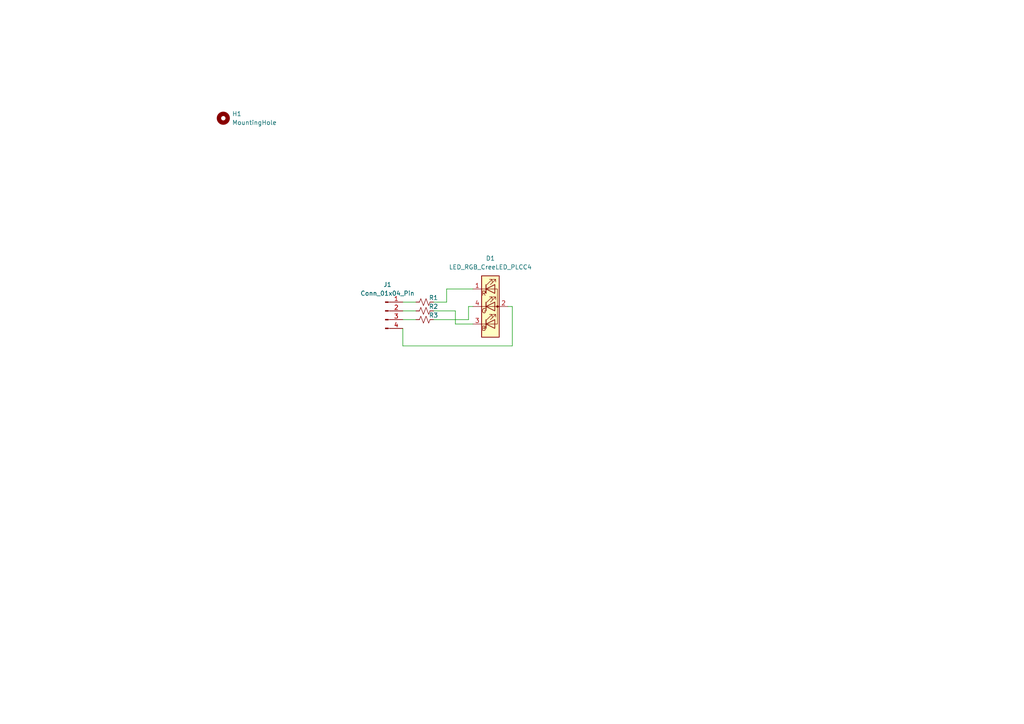
<source format=kicad_sch>
(kicad_sch (version 20230121) (generator eeschema)
  (paper "A4")
  (lib_symbols
    (symbol "Connector:Conn_01x04_Pin" (pin_names (offset 1.016) hide)
      (property "Reference" "J" (at 0 5.08 0))
      (property "Value" "Conn_01x04_Pin" (at 0 -7.62 0))
      (symbol "Conn_01x04_Pin_1_1"
        (polyline (pts (xy 1.27 -5.08) (xy 0.8636 -5.08)) (stroke (width 0.1524)))
        (polyline (pts (xy 1.27 -2.54) (xy 0.8636 -2.54)) (stroke (width 0.1524)))
        (polyline (pts (xy 1.27 0) (xy 0.8636 0)) (stroke (width 0.1524)))
        (polyline (pts (xy 1.27 2.54) (xy 0.8636 2.54)) (stroke (width 0.1524)))
        (rectangle (start 0.8636 -4.953) (end 0 -5.207) (stroke (width 0.1524)) (fill (type outline)))
        (rectangle (start 0.8636 -2.413) (end 0 -2.667) (stroke (width 0.1524)) (fill (type outline)))
        (rectangle (start 0.8636 0.127) (end 0 -0.127) (stroke (width 0.1524)) (fill (type outline)))
        (rectangle (start 0.8636 2.667) (end 0 2.413) (stroke (width 0.1524)) (fill (type outline)))
        (pin passive line (at 5.08 2.54 180) (length 3.81) (name "Pin_1") (number "1"))
        (pin passive line (at 5.08 0 180) (length 3.81) (name "Pin_2") (number "2"))
        (pin passive line (at 5.08 -2.54 180) (length 3.81) (name "Pin_3") (number "3"))
        (pin passive line (at 5.08 -5.08 180) (length 3.81) (name "Pin_4") (number "4"))
      )
    )
    (symbol "Device:R_Small_US" (pin_numbers hide) (pin_names (offset 0.254) hide)
      (property "Reference" "R" (at 0.762 0.508 0))
      (property "Value" "R_Small_US" (at 0.762 -1.016 0))
      (symbol "R_Small_US_1_1"
        (polyline (pts (xy 0 0) (xy 1.016 -0.381) (xy 0 -0.762) (xy -1.016 -1.143) (xy 0 -1.524)))
        (polyline (pts (xy 0 1.524) (xy 1.016 1.143) (xy 0 0.762) (xy -1.016 0.381) (xy 0 0)))
        (pin passive line (at 0 2.54 270) (length 1.016) (name "~") (number "1"))
        (pin passive line (at 0 -2.54 90) (length 1.016) (name "~") (number "2"))
      )
    )
    (symbol "Mechanical:MountingHole" (pin_names (offset 1.016))
      (property "Reference" "H" (at 0 5.08 0))
      (property "Value" "MountingHole" (at 0 3.175 0))
      (symbol "MountingHole_0_1"
        (circle (center 0 0) (radius 1.27) (stroke (width 1.27)))
      )
    )
    (symbol "fab:LED_RGB_CreeLED_PLCC4" (pin_names (offset 0) hide)
      (property "Reference" "D" (at 0 10.16 0))
      (property "Value" "LED_RGB_CreeLED_PLCC4" (at 0 -10.16 0))
      (symbol "LED_RGB_CreeLED_PLCC4_0_0"
        (text "B" (at -1.905 -6.35 0) (effects (font (size 1.27 1.27))))
        (text "G" (at -1.905 -1.27 0) (effects (font (size 1.27 1.27))))
        (text "R" (at -1.905 3.81 0) (effects (font (size 1.27 1.27))))
      )
      (symbol "LED_RGB_CreeLED_PLCC4_0_1"
        (rectangle (start -2.54 8.89) (end 2.54 -8.89) (stroke (width 0.254)) (fill (type background)))
        (polyline (pts (xy -1.27 -5.08) (xy -2.54 -5.08)))
        (polyline (pts (xy -1.27 -5.08) (xy 1.27 -5.08)))
        (polyline (pts (xy -1.27 -3.81) (xy -1.27 -6.35)))
        (polyline (pts (xy -1.27 -3.81) (xy -1.27 -6.35)) (stroke (width 0.2032)))
        (polyline (pts (xy -1.27 0) (xy -2.54 0)))
        (polyline (pts (xy -1.27 0) (xy 1.27 0)))
        (polyline (pts (xy -1.27 1.27) (xy -1.27 -1.27)) (stroke (width 0.2032)))
        (polyline (pts (xy -1.27 5.08) (xy -2.54 5.08)))
        (polyline (pts (xy -1.27 6.35) (xy -1.27 3.81)) (stroke (width 0.2032)))
        (polyline (pts (xy 1.27 0) (xy 2.54 0)))
        (polyline (pts (xy 1.27 5.08) (xy -1.27 5.08)))
        (polyline (pts (xy -1.27 1.27) (xy -1.27 -1.27) (xy -1.27 -1.27)))
        (polyline (pts (xy -1.27 6.35) (xy -1.27 3.81) (xy -1.27 3.81)))
        (polyline (pts (xy 1.27 -5.08) (xy 2.032 -5.08) (xy 2.032 5.08) (xy 1.27 5.08)))
        (polyline (pts (xy 1.27 -3.81) (xy 1.27 -6.35) (xy -1.27 -5.08) (xy 1.27 -3.81)) (stroke (width 0.2032)))
        (polyline (pts (xy 1.27 1.27) (xy 1.27 -1.27) (xy -1.27 0) (xy 1.27 1.27)) (stroke (width 0.2032)))
        (polyline (pts (xy 1.27 6.35) (xy 1.27 3.81) (xy -1.27 5.08) (xy 1.27 6.35)) (stroke (width 0.2032)))
        (polyline (pts (xy -1.016 -3.81) (xy 0.508 -2.286) (xy -0.254 -2.286) (xy 0.508 -2.286) (xy 0.508 -3.048)))
        (polyline (pts (xy -1.016 1.27) (xy 0.508 2.794) (xy -0.254 2.794) (xy 0.508 2.794) (xy 0.508 2.032)))
        (polyline (pts (xy -1.016 6.35) (xy 0.508 7.874) (xy -0.254 7.874) (xy 0.508 7.874) (xy 0.508 7.112)))
        (polyline (pts (xy 0 -3.81) (xy 1.524 -2.286) (xy 0.762 -2.286) (xy 1.524 -2.286) (xy 1.524 -3.048)))
        (polyline (pts (xy 0 1.27) (xy 1.524 2.794) (xy 0.762 2.794) (xy 1.524 2.794) (xy 1.524 2.032)))
        (polyline (pts (xy 0 6.35) (xy 1.524 7.874) (xy 0.762 7.874) (xy 1.524 7.874) (xy 1.524 7.112)))
        (rectangle (start 1.27 -1.27) (end 1.27 1.27))
        (rectangle (start 1.27 1.27) (end 1.27 1.27))
        (rectangle (start 1.27 3.81) (end 1.27 6.35))
        (rectangle (start 1.27 6.35) (end 1.27 6.35))
        (circle (center 2.032 0) (radius 0.254) (fill (type outline)))
      )
      (symbol "LED_RGB_CreeLED_PLCC4_1_1"
        (pin passive line (at -5.08 5.08 0) (length 2.54) (name "RK") (number "1"))
        (pin passive line (at 5.08 0 180) (length 2.54) (name "A") (number "2"))
        (pin passive line (at -5.08 -5.08 0) (length 2.54) (name "BK") (number "3"))
        (pin passive line (at -5.08 0 0) (length 2.54) (name "GK") (number "4"))
      )
    )
  )
  (wire (pts (xy 135.89 88.9) (xy 137.16 88.9)))
  (wire (pts (xy 116.84 87.63) (xy 120.65 87.63)))
  (wire (pts (xy 116.84 100.33) (xy 148.59 100.33)))
  (wire (pts (xy 129.54 83.82) (xy 137.16 83.82)))
  (wire (pts (xy 116.84 90.17) (xy 120.65 90.17)))
  (wire (pts (xy 135.89 92.71) (xy 135.89 88.9)))
  (wire (pts (xy 129.54 87.63) (xy 129.54 83.82)))
  (wire (pts (xy 116.84 95.25) (xy 116.84 100.33)))
  (wire (pts (xy 132.08 93.98) (xy 132.08 90.17)))
  (wire (pts (xy 147.32 88.9) (xy 148.59 88.9)))
  (wire (pts (xy 125.73 90.17) (xy 132.08 90.17)))
  (wire (pts (xy 125.73 92.71) (xy 135.89 92.71)))
  (wire (pts (xy 116.84 92.71) (xy 120.65 92.71)))
  (wire (pts (xy 137.16 93.98) (xy 132.08 93.98)))
  (wire (pts (xy 148.59 100.33) (xy 148.59 88.9)))
  (wire (pts (xy 125.73 87.63) (xy 129.54 87.63)))
  (symbol (lib_id "Connector:Conn_01x04_Pin") (at 111.76 90.17 0) (unit 1)
    (property "Reference" "J1" (at 112.395 82.55 0))
    (property "Value" "Conn_01x04_Pin" (at 112.395 85.09 0))
    (property "Footprint" "Connector_PinHeader_2.54mm:PinHeader_1x04_P2.54mm_Vertical" (effects hide))
  )
  (symbol (lib_id "fab:LED_RGB_CreeLED_PLCC4") (at 142.24 88.9 0) (unit 1)
    (property "Reference" "D1" (at 142.24 74.93 0))
    (property "Value" "LED_RGB_CreeLED_PLCC4" (at 142.24 77.47 0))
    (property "Footprint" "fab:LED_RGB_CreeLED_CLV1A-FKB" (effects hide))
    (property "Datasheet" "https://assets.cree-led.com/a/ds/h/HB-CLV1A-FKB.pdf" (effects hide))
  )
  (symbol (lib_id "Mechanical:MountingHole") (at 64.77 34.29 0) (unit 1)
    (property "Reference" "H1" (at 67.31 33.02 0) (effects (justify left)))
    (property "Value" "MountingHole" (at 67.31 35.56 0) (effects (justify left)))
    (property "Footprint" "MountingHole:MountingHole_3.2mm_M3_ISO7380_Pad_TopOnly" (effects hide))
  )
  (symbol (lib_id "Device:R_Small_US") (at 123.19 92.71 90) (unit 1)
    (property "Reference" "R3" (at 125.73 91.44 90))
    (property "Value" "R_Small_US" (effects hide))
    (property "Footprint" "Resistor_SMD:R_1206_3216Metric_Pad1.30x1.75mm_HandSolder" (effects hide))
  )
  (symbol (lib_id "Device:R_Small_US") (at 123.19 90.17 270) (unit 1)
    (property "Reference" "R2" (at 125.73 88.9 90))
    (property "Value" "R_Small_US" (effects hide))
    (property "Footprint" "Resistor_SMD:R_1206_3216Metric_Pad1.30x1.75mm_HandSolder" (effects hide))
  )
  (symbol (lib_id "Device:R_Small_US") (at 123.19 87.63 90) (unit 1)
    (property "Reference" "R1" (at 125.73 86.36 90))
    (property "Value" "R_Small_US" (effects hide))
    (property "Footprint" "Resistor_SMD:R_1206_3216Metric_Pad1.30x1.75mm_HandSolder" (effects hide))
  )
)
</source>
